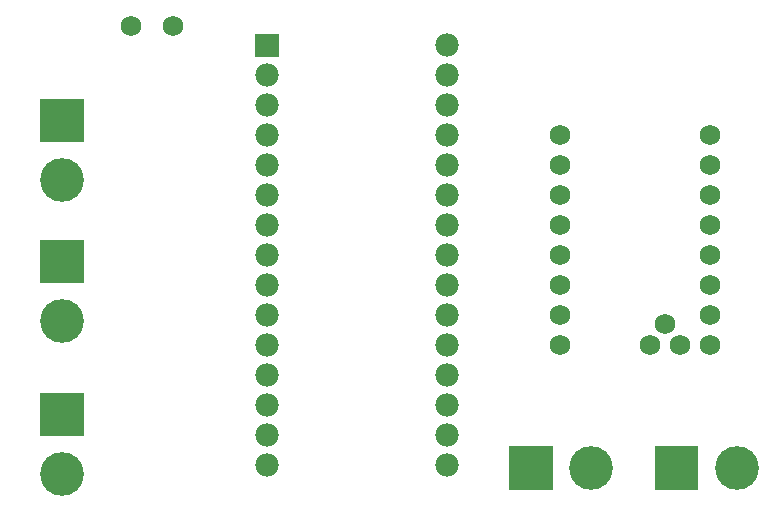
<source format=gbs>
G04 Layer: BottomSolderMaskLayer*
G04 EasyEDA v6.4.19.5, 2021-05-06T20:56:21--4:00*
G04 abff795b53f7494696e4529b8d7fc3de,4cc6b0da07df45819412c628e5a569e9,10*
G04 Gerber Generator version 0.2*
G04 Scale: 100 percent, Rotated: No, Reflected: No *
G04 Dimensions in millimeters *
G04 leading zeros omitted , absolute positions ,4 integer and 5 decimal *
%FSLAX45Y45*%
%MOMM*%

%ADD21C,1.7272*%
%ADD23C,3.7031*%
%ADD25C,1.9812*%

%LPD*%
D21*
G01*
X5537200Y4686300D03*
G01*
X5537200Y4432300D03*
G01*
X5537200Y4178300D03*
G01*
X5537200Y3924300D03*
G01*
X5537200Y3670300D03*
G01*
X5537200Y3416300D03*
G01*
X5537200Y3162300D03*
G01*
X5537200Y2908300D03*
G01*
X6807200Y2908300D03*
G01*
X6807200Y3162300D03*
G01*
X6807200Y3416300D03*
G01*
X6807200Y3670300D03*
G01*
X6807200Y3924300D03*
G01*
X6807200Y4178300D03*
G01*
X6807200Y4432300D03*
G01*
X6807200Y4686300D03*
G01*
X6299200Y2908300D03*
G01*
X6553200Y2908300D03*
G01*
X6426200Y3086100D03*
G01*
X1905000Y5613400D03*
G01*
X2260600Y5613400D03*
G36*
X1141221Y4628134D02*
G01*
X1141221Y4998465D01*
X1511554Y4998465D01*
X1511554Y4628134D01*
G37*
D23*
G01*
X1326286Y4305300D03*
G36*
X1141221Y2138934D02*
G01*
X1141221Y2509265D01*
X1511554Y2509265D01*
X1511554Y2138934D01*
G37*
G01*
X1326286Y1816100D03*
G36*
X1141221Y3434334D02*
G01*
X1141221Y3804665D01*
X1511554Y3804665D01*
X1511554Y3434334D01*
G37*
G01*
X1326286Y3111500D03*
G36*
X5110734Y1687321D02*
G01*
X5110734Y2057654D01*
X5481065Y2057654D01*
X5481065Y1687321D01*
G37*
G01*
X5803900Y1872386D03*
G36*
X2961640Y5349239D02*
G01*
X2961640Y5547360D01*
X3159759Y5547360D01*
X3159759Y5349239D01*
G37*
D25*
G01*
X3060700Y5194300D03*
G01*
X3060700Y4940300D03*
G01*
X3060700Y4686300D03*
G01*
X3060700Y4432300D03*
G01*
X3060700Y4178300D03*
G01*
X3060700Y3924300D03*
G01*
X3060700Y3670300D03*
G01*
X3060700Y3416300D03*
G01*
X3060700Y3162300D03*
G01*
X3060700Y2908300D03*
G01*
X3060700Y2654300D03*
G01*
X3060700Y2400300D03*
G01*
X3060700Y2146300D03*
G01*
X3060700Y1892300D03*
G01*
X4584700Y5448300D03*
G01*
X4584700Y5194300D03*
G01*
X4584700Y4940300D03*
G01*
X4584700Y4686300D03*
G01*
X4584700Y4432300D03*
G01*
X4584700Y4178300D03*
G01*
X4584700Y3924300D03*
G01*
X4584700Y3670300D03*
G01*
X4584700Y3416300D03*
G01*
X4584700Y3162300D03*
G01*
X4584700Y2908300D03*
G01*
X4584700Y2654300D03*
G01*
X4584700Y2400300D03*
G01*
X4584700Y2146300D03*
G01*
X4584700Y1892300D03*
G36*
X6342634Y1687321D02*
G01*
X6342634Y2057654D01*
X6712965Y2057654D01*
X6712965Y1687321D01*
G37*
D23*
G01*
X7035800Y1872386D03*
M02*

</source>
